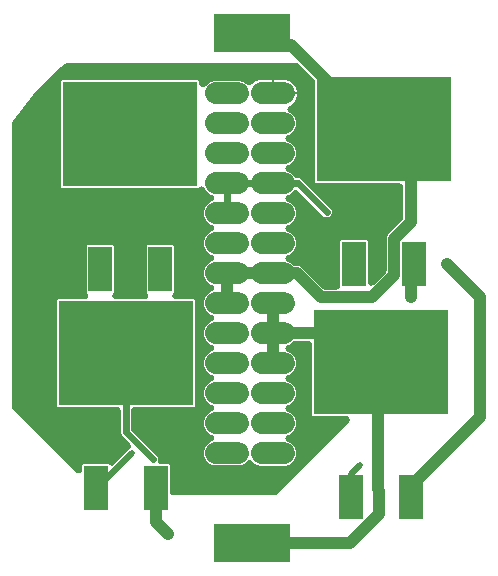
<source format=gbr>
G04 EAGLE Gerber RS-274X export*
G75*
%MOMM*%
%FSLAX34Y34*%
%LPD*%
%INTop Copper*%
%IPPOS*%
%AMOC8*
5,1,8,0,0,1.08239X$1,22.5*%
G01*
G04 Define Apertures*
%ADD10R,6.451600X3.251200*%
%ADD11R,2.080000X3.810000*%
%ADD12R,11.430000X8.890000*%
%ADD13C,1.828800*%
%ADD14C,0.609600*%
%ADD15C,1.016000*%
%ADD16C,0.502400*%
%ADD17C,0.508000*%
G36*
X20246Y-175019D02*
X19058Y-175260D01*
X-66562Y-175260D01*
X-67661Y-175055D01*
X-68683Y-174401D01*
X-69369Y-173401D01*
X-69610Y-172212D01*
X-69610Y-149844D01*
X-70354Y-149100D01*
X-76454Y-149100D01*
X-77553Y-148895D01*
X-78575Y-148241D01*
X-79261Y-147241D01*
X-79502Y-146052D01*
X-79502Y-143921D01*
X-80159Y-142334D01*
X-101469Y-121024D01*
X-102121Y-120058D01*
X-102362Y-118869D01*
X-102362Y-103888D01*
X-102157Y-102789D01*
X-101503Y-101767D01*
X-100503Y-101081D01*
X-99314Y-100840D01*
X-49004Y-100840D01*
X-48260Y-100096D01*
X-48260Y-10144D01*
X-49004Y-9400D01*
X-64265Y-9400D01*
X-65319Y-9212D01*
X-66351Y-8575D01*
X-67053Y-7585D01*
X-67313Y-6401D01*
X-67091Y-5208D01*
X-66421Y-4197D01*
X-65800Y-3576D01*
X-65800Y35576D01*
X-66544Y36320D01*
X-88396Y36320D01*
X-89140Y35576D01*
X-89140Y-3576D01*
X-88519Y-4197D01*
X-87907Y-5074D01*
X-87628Y-6255D01*
X-87832Y-7451D01*
X-88485Y-8473D01*
X-89486Y-9159D01*
X-90675Y-9400D01*
X-115065Y-9400D01*
X-116119Y-9212D01*
X-117151Y-8575D01*
X-117853Y-7585D01*
X-118113Y-6401D01*
X-117891Y-5208D01*
X-117221Y-4197D01*
X-116600Y-3576D01*
X-116600Y35576D01*
X-117344Y36320D01*
X-139196Y36320D01*
X-139940Y35576D01*
X-139940Y-3576D01*
X-139319Y-4197D01*
X-138707Y-5074D01*
X-138428Y-6255D01*
X-138632Y-7451D01*
X-139285Y-8473D01*
X-140286Y-9159D01*
X-141475Y-9400D01*
X-164356Y-9400D01*
X-165100Y-10144D01*
X-165100Y-100096D01*
X-164356Y-100840D01*
X-114046Y-100840D01*
X-112947Y-101045D01*
X-111925Y-101699D01*
X-111239Y-102699D01*
X-110998Y-103888D01*
X-110998Y-122779D01*
X-110341Y-124366D01*
X-103079Y-131627D01*
X-102457Y-132527D01*
X-102188Y-133710D01*
X-102400Y-134904D01*
X-103062Y-135921D01*
X-103511Y-136223D01*
X-116616Y-149328D01*
X-117538Y-149960D01*
X-118722Y-150220D01*
X-119915Y-149998D01*
X-120926Y-149328D01*
X-121154Y-149100D01*
X-143006Y-149100D01*
X-143750Y-149844D01*
X-143750Y-153692D01*
X-143938Y-154745D01*
X-144575Y-155777D01*
X-145565Y-156479D01*
X-146749Y-156739D01*
X-147942Y-156517D01*
X-148953Y-155847D01*
X-202307Y-102493D01*
X-202959Y-101526D01*
X-203200Y-100338D01*
X-203200Y139753D01*
X-203094Y140548D01*
X-202551Y141632D01*
X-185178Y163808D01*
X-184934Y164083D01*
X-164083Y184934D01*
X-163808Y185178D01*
X-157843Y189851D01*
X-157152Y190259D01*
X-155963Y190500D01*
X38017Y190500D01*
X39161Y190277D01*
X40172Y189607D01*
X52447Y177332D01*
X53099Y176366D01*
X53340Y175177D01*
X53340Y89388D01*
X54084Y88644D01*
X125222Y88644D01*
X126321Y88439D01*
X127343Y87785D01*
X128029Y86785D01*
X128270Y85596D01*
X128270Y59847D01*
X128047Y58703D01*
X127377Y57692D01*
X115027Y45341D01*
X114060Y43007D01*
X114060Y15083D01*
X113837Y13939D01*
X113167Y12928D01*
X103233Y2994D01*
X102356Y2382D01*
X101175Y2102D01*
X99979Y2306D01*
X98957Y2959D01*
X98271Y3960D01*
X98030Y5149D01*
X98030Y39640D01*
X97286Y40384D01*
X75434Y40384D01*
X74690Y39640D01*
X74690Y1778D01*
X74485Y679D01*
X73831Y-343D01*
X72831Y-1029D01*
X71642Y-1270D01*
X62313Y-1270D01*
X61169Y-1047D01*
X60158Y-377D01*
X41951Y17829D01*
X39617Y18796D01*
X36564Y18796D01*
X35420Y19019D01*
X34409Y19689D01*
X32823Y21275D01*
X30275Y22330D01*
X29374Y22907D01*
X28664Y23890D01*
X28394Y25073D01*
X28607Y26267D01*
X29269Y27284D01*
X30275Y27962D01*
X32823Y29017D01*
X35753Y31947D01*
X37338Y35775D01*
X37338Y39917D01*
X35753Y43745D01*
X32823Y46675D01*
X30275Y47730D01*
X29374Y48307D01*
X28664Y49290D01*
X28394Y50473D01*
X28607Y51667D01*
X29269Y52684D01*
X30275Y53362D01*
X32823Y54417D01*
X35753Y57347D01*
X37338Y61175D01*
X37338Y65317D01*
X35753Y69145D01*
X32823Y72075D01*
X30275Y73130D01*
X29374Y73707D01*
X28664Y74690D01*
X28394Y75873D01*
X28607Y77067D01*
X29269Y78084D01*
X30275Y78762D01*
X32823Y79817D01*
X35024Y82019D01*
X35946Y82651D01*
X37131Y82911D01*
X38323Y82689D01*
X39335Y82019D01*
X60854Y60499D01*
X62441Y59842D01*
X64159Y59842D01*
X65746Y60499D01*
X66961Y61714D01*
X67618Y63301D01*
X67618Y65019D01*
X66961Y66606D01*
X41260Y92307D01*
X39673Y92964D01*
X38444Y92964D01*
X37323Y93178D01*
X36306Y93840D01*
X35992Y94306D01*
X32823Y97475D01*
X30275Y98530D01*
X29374Y99107D01*
X28664Y100090D01*
X28394Y101273D01*
X28607Y102467D01*
X29269Y103484D01*
X30275Y104162D01*
X32823Y105217D01*
X35753Y108147D01*
X37338Y111975D01*
X37338Y116117D01*
X35753Y119945D01*
X32823Y122875D01*
X30275Y123930D01*
X29374Y124507D01*
X28664Y125490D01*
X28394Y126673D01*
X28607Y127867D01*
X29269Y128884D01*
X30275Y129562D01*
X32823Y130617D01*
X35753Y133547D01*
X37338Y137375D01*
X37338Y141517D01*
X35753Y145345D01*
X32823Y148275D01*
X31934Y148643D01*
X31033Y149219D01*
X30323Y150203D01*
X30054Y151386D01*
X30267Y152580D01*
X30928Y153597D01*
X31934Y154275D01*
X33543Y154941D01*
X36829Y158228D01*
X38608Y162522D01*
X38608Y164084D01*
X17018Y164084D01*
X17018Y176530D01*
X6312Y176530D01*
X2018Y174751D01*
X-267Y172467D01*
X-1189Y171835D01*
X-2373Y171575D01*
X-3566Y171797D01*
X-4577Y172467D01*
X-6039Y173929D01*
X-9867Y175514D01*
X-32297Y175514D01*
X-36125Y173929D01*
X-39247Y170807D01*
X-40124Y170195D01*
X-41305Y169916D01*
X-42501Y170119D01*
X-43523Y170773D01*
X-44209Y171773D01*
X-44450Y172962D01*
X-44450Y175276D01*
X-45194Y176020D01*
X-160546Y176020D01*
X-161290Y175276D01*
X-161290Y85324D01*
X-160546Y84580D01*
X-45194Y84580D01*
X-44541Y85233D01*
X-43641Y85855D01*
X-42458Y86125D01*
X-41264Y85912D01*
X-40248Y85250D01*
X-39570Y84244D01*
X-39055Y83001D01*
X-36125Y80071D01*
X-33577Y79016D01*
X-32676Y78439D01*
X-31966Y77456D01*
X-31696Y76273D01*
X-31909Y75079D01*
X-32571Y74062D01*
X-33577Y73384D01*
X-36125Y72329D01*
X-39055Y69399D01*
X-40640Y65571D01*
X-40640Y61429D01*
X-39055Y57601D01*
X-36125Y54671D01*
X-33577Y53616D01*
X-32676Y53039D01*
X-31966Y52056D01*
X-31696Y50873D01*
X-31909Y49679D01*
X-32571Y48662D01*
X-33577Y47984D01*
X-36125Y46929D01*
X-39055Y43999D01*
X-40640Y40171D01*
X-40640Y36029D01*
X-39055Y32201D01*
X-36125Y29271D01*
X-33577Y28216D01*
X-32676Y27639D01*
X-31966Y26656D01*
X-31696Y25473D01*
X-31909Y24279D01*
X-32571Y23262D01*
X-33577Y22584D01*
X-36125Y21529D01*
X-39055Y18599D01*
X-40640Y14771D01*
X-40640Y10629D01*
X-39055Y6801D01*
X-36125Y3871D01*
X-33577Y2816D01*
X-32676Y2239D01*
X-31966Y1256D01*
X-31696Y73D01*
X-31909Y-1121D01*
X-32571Y-2138D01*
X-33577Y-2816D01*
X-36125Y-3871D01*
X-39055Y-6801D01*
X-40640Y-10629D01*
X-40640Y-14771D01*
X-39055Y-18599D01*
X-36125Y-21529D01*
X-33577Y-22584D01*
X-32676Y-23161D01*
X-31966Y-24144D01*
X-31696Y-25327D01*
X-31909Y-26521D01*
X-32571Y-27538D01*
X-33577Y-28216D01*
X-36125Y-29271D01*
X-39055Y-32201D01*
X-40640Y-36029D01*
X-40640Y-40171D01*
X-39055Y-43999D01*
X-36125Y-46929D01*
X-33577Y-47984D01*
X-32676Y-48561D01*
X-31966Y-49544D01*
X-31696Y-50727D01*
X-31909Y-51921D01*
X-32571Y-52938D01*
X-33577Y-53616D01*
X-36125Y-54671D01*
X-39055Y-57601D01*
X-40640Y-61429D01*
X-40640Y-65571D01*
X-39055Y-69399D01*
X-36125Y-72329D01*
X-33577Y-73384D01*
X-32676Y-73961D01*
X-31966Y-74944D01*
X-31696Y-76127D01*
X-31909Y-77321D01*
X-32571Y-78338D01*
X-33577Y-79016D01*
X-36125Y-80071D01*
X-39055Y-83001D01*
X-40640Y-86829D01*
X-40640Y-90971D01*
X-39055Y-94799D01*
X-36125Y-97729D01*
X-33577Y-98784D01*
X-32676Y-99361D01*
X-31966Y-100344D01*
X-31696Y-101527D01*
X-31909Y-102721D01*
X-32571Y-103738D01*
X-33577Y-104416D01*
X-36125Y-105471D01*
X-39055Y-108401D01*
X-40640Y-112229D01*
X-40640Y-116371D01*
X-39055Y-120199D01*
X-36125Y-123129D01*
X-33577Y-124184D01*
X-32676Y-124761D01*
X-31966Y-125744D01*
X-31696Y-126927D01*
X-31909Y-128121D01*
X-32571Y-129138D01*
X-33577Y-129816D01*
X-36125Y-130871D01*
X-39055Y-133801D01*
X-40640Y-137629D01*
X-40640Y-141771D01*
X-39055Y-145599D01*
X-36125Y-148529D01*
X-32297Y-150114D01*
X-9867Y-150114D01*
X-6039Y-148529D01*
X-3933Y-146423D01*
X-3011Y-145791D01*
X-1827Y-145531D01*
X-634Y-145753D01*
X377Y-146423D01*
X2737Y-148783D01*
X6565Y-150368D01*
X28995Y-150368D01*
X32823Y-148783D01*
X35753Y-145853D01*
X37338Y-142025D01*
X37338Y-137883D01*
X35753Y-134055D01*
X32823Y-131125D01*
X30275Y-130070D01*
X29374Y-129493D01*
X28664Y-128510D01*
X28394Y-127327D01*
X28607Y-126133D01*
X29269Y-125116D01*
X30275Y-124438D01*
X32823Y-123383D01*
X35753Y-120453D01*
X37338Y-116625D01*
X37338Y-112483D01*
X35753Y-108655D01*
X32823Y-105725D01*
X30275Y-104670D01*
X29374Y-104093D01*
X28664Y-103110D01*
X28394Y-101927D01*
X28607Y-100733D01*
X29269Y-99716D01*
X30275Y-99038D01*
X32823Y-97983D01*
X35753Y-95053D01*
X37338Y-91225D01*
X37338Y-87083D01*
X35753Y-83255D01*
X32823Y-80325D01*
X30275Y-79270D01*
X29374Y-78693D01*
X28664Y-77710D01*
X28394Y-76527D01*
X28607Y-75333D01*
X29269Y-74316D01*
X30275Y-73638D01*
X32823Y-72583D01*
X35753Y-69653D01*
X37338Y-65825D01*
X37338Y-61683D01*
X35753Y-57855D01*
X32823Y-54925D01*
X30275Y-53870D01*
X29374Y-53293D01*
X28664Y-52310D01*
X28394Y-51127D01*
X28607Y-49933D01*
X29269Y-48916D01*
X30275Y-48238D01*
X32823Y-47183D01*
X34409Y-45597D01*
X35375Y-44945D01*
X36564Y-44704D01*
X47752Y-44704D01*
X48851Y-44909D01*
X49873Y-45563D01*
X50559Y-46563D01*
X50800Y-47752D01*
X50800Y-107716D01*
X51544Y-108460D01*
X79762Y-108460D01*
X80815Y-108648D01*
X81847Y-109285D01*
X82549Y-110275D01*
X82809Y-111459D01*
X82587Y-112652D01*
X81917Y-113663D01*
X21213Y-174367D01*
X20246Y-175019D01*
G37*
%LPC*%
G36*
X18542Y165608D02*
X38608Y165608D01*
X38608Y167170D01*
X36829Y171465D01*
X33543Y174751D01*
X29248Y176530D01*
X18542Y176530D01*
X18542Y165608D01*
G37*
%LPD*%
D10*
X0Y-215900D03*
X0Y215900D03*
D11*
X83820Y-177040D03*
D12*
X109220Y-62740D03*
D11*
X134620Y-177040D03*
X-132080Y-169420D03*
D12*
X-106680Y-55120D03*
D11*
X-81280Y-169420D03*
X86360Y20064D03*
D12*
X111760Y134364D03*
D11*
X137160Y20064D03*
X-128270Y16000D03*
D12*
X-102870Y130300D03*
D11*
X-77470Y16000D03*
D13*
X-30226Y165100D02*
X-11938Y165100D01*
X-11938Y139700D02*
X-30226Y139700D01*
X-30226Y114300D02*
X-11938Y114300D01*
X-11938Y88900D02*
X-30226Y88900D01*
X-30226Y63500D02*
X-11938Y63500D01*
X-11938Y38100D02*
X-30226Y38100D01*
X-30226Y12700D02*
X-11938Y12700D01*
X-11938Y-12700D02*
X-30226Y-12700D01*
X-30226Y-38100D02*
X-11938Y-38100D01*
X-11938Y-63500D02*
X-30226Y-63500D01*
X-30226Y-88900D02*
X-11938Y-88900D01*
X-11938Y-114300D02*
X-30226Y-114300D01*
X-30226Y-139700D02*
X-11938Y-139700D01*
X8636Y164846D02*
X26924Y164846D01*
X26924Y139446D02*
X8636Y139446D01*
X8636Y114046D02*
X26924Y114046D01*
X26924Y88646D02*
X8636Y88646D01*
X8636Y63246D02*
X26924Y63246D01*
X26924Y37846D02*
X8636Y37846D01*
X8636Y12446D02*
X26924Y12446D01*
X26924Y-12954D02*
X8636Y-12954D01*
X8636Y-38354D02*
X26924Y-38354D01*
X26924Y-63754D02*
X8636Y-63754D01*
X8636Y-89154D02*
X26924Y-89154D01*
X26924Y-114554D02*
X8636Y-114554D01*
X8636Y-139954D02*
X26924Y-139954D01*
D14*
X33020Y205740D02*
X10160Y205740D01*
X0Y215900D01*
D15*
X33020Y205740D02*
X104396Y134364D01*
D14*
X111760Y131824D02*
X134620Y108964D01*
D15*
X120410Y41744D02*
X120410Y11190D01*
X134620Y55954D02*
X134620Y108964D01*
X134620Y55954D02*
X120410Y41744D01*
X38354Y12446D02*
X17780Y12446D01*
X38354Y12446D02*
X58420Y-7620D01*
X101600Y-7620D01*
X120410Y11190D01*
X17780Y12446D02*
X-20828Y12446D01*
X-21082Y12700D01*
X-21082Y12192D02*
X-21082Y-12700D01*
X-21082Y12192D02*
X-20828Y12446D01*
D14*
X109220Y-53340D02*
X109220Y-62740D01*
X88010Y-41530D01*
D15*
X84834Y-38354D02*
X17780Y-38354D01*
X84834Y-38354D02*
X88010Y-41530D01*
X17780Y-38354D02*
X17780Y-12954D01*
X17780Y-38354D02*
X17780Y-63754D01*
X0Y-215900D02*
X83390Y-215900D01*
X107922Y-171589D02*
X106412Y-170079D01*
X106412Y-53340D01*
D14*
X109220Y-53340D01*
D15*
X107922Y-191368D02*
X83390Y-215900D01*
X107922Y-191368D02*
X107922Y-171589D01*
D16*
X91440Y-149860D03*
D17*
X83820Y-157480D01*
X83820Y-177040D01*
X-131320Y-169420D02*
X-132080Y-169420D01*
X-131320Y-169420D02*
X-101600Y-139700D01*
D16*
X-101600Y-139700D03*
X-71120Y-208280D03*
D17*
X-81280Y-177040D02*
X-81280Y-169420D01*
D15*
X-81280Y-198120D01*
X-71120Y-208280D01*
D16*
X48260Y157480D03*
X-175260Y-91440D03*
X63300Y64160D03*
D14*
X38814Y88646D02*
X17780Y88646D01*
X38814Y88646D02*
X63300Y64160D01*
X17780Y88646D02*
X-20828Y88646D01*
X-21082Y88900D01*
X-21082Y63500D01*
D17*
X134620Y-167640D02*
X134620Y-177040D01*
D15*
X134620Y-167640D02*
X193040Y-109220D01*
X193040Y-7620D01*
D16*
X134620Y-7620D03*
D15*
X134620Y17524D01*
X165356Y20064D02*
X193040Y-7620D01*
D14*
X-83820Y-144780D02*
X-106680Y-121920D01*
X-106680Y-55120D01*
D16*
X-83820Y-144780D03*
D15*
X-106680Y-55120D02*
X-102870Y-51310D01*
M02*

</source>
